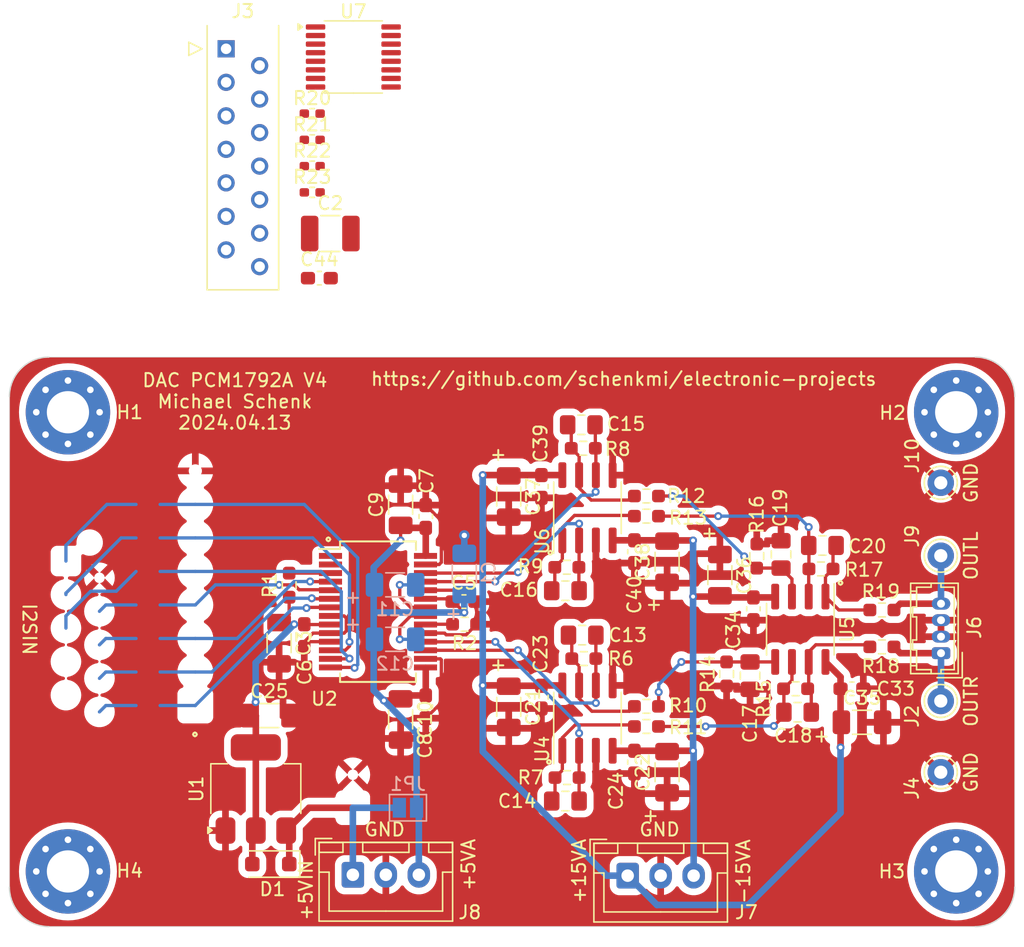
<source format=kicad_pcb>
(kicad_pcb (version 20241229) (generator "pcbnew") (generator_version "9.0")
  (layers (0 "F.Cu" mixed) (2 "B.Cu" mixed) (13 "F.Paste" user) (15 "B.Paste" user) (5 "F.SilkS" user "F.Silkscreen") (7 "B.SilkS" user "B.Silkscreen") (1 "F.Mask" user) (3 "B.Mask" user) (25 "Edge.Cuts" user))
  (net 0 "")
  (net 1 "GND")
  (net 2 "+3V3")
  (net 3 "MCLK")
  (net 4 "BCK")
  (net 5 "LRCK")
  (net 6 "DATAIN")
  (net 7 "+5VA")
  (net 8 "-15V")
  (net 9 "+15V")
  (net 10 "/+5VIN")
  (net 11 "Net-(U2-VCOML)")
  (net 12 "Net-(U2-VCOMR)")
  (net 13 "Net-(U2-IOUTR+)")
  (net 14 "Net-(C13-Pad1)")
  (net 15 "Net-(U2-IOUTR-)")
  (net 16 "Net-(C14-Pad1)")
  (net 17 "Net-(U2-IOUTL+)")
  (net 18 "Net-(C15-Pad1)")
  (net 19 "Net-(U2-IOUTL-)")
  (net 20 "Net-(C16-Pad1)")
  (net 21 "Net-(U5B-+)")
  (net 22 "Net-(U5B--)")
  (net 23 "Net-(U5A-+)")
  (net 24 "Net-(U5A--)")
  (net 25 "RESET")
  (net 26 "SCL")
  (net 27 "SDA")
  (net 28 "Net-(C18-Pad2)")
  (net 29 "Net-(C20-Pad2)")
  (net 30 "Net-(J2-Pin_1)")
  (net 31 "Net-(J6-Pin_4)")
  (net 32 "/BCLK-")
  (net 33 "/MCLK-")
  (net 34 "Net-(U2-MSEL)")
  (net 35 "Net-(U2-IREF)")
  (net 38 "/DATAIN-")
  (net 39 "/DATAIN+")
  (net 40 "/LRCLK-")
  (net 41 "/MCLK+")
  (net 42 "/BCLK+")
  (net 43 "/LRCLK+")
  (footprint "MountingHole:MountingHole_3.2mm_M3_Pad_Via" (layer "F.Cu") (at 113.03 71.882)
    (property "Reference" "H1")
    (property "Value" "MountingHole")
  )
  (footprint "MountingHole:MountingHole_3.2mm_M3_Pad_Via" (layer "F.Cu") (at 113.03 106.68)
    (property "Reference" "H4")
    (property "Value" "MountingHole")
  )
  (footprint "MountingHole:MountingHole_3.2mm_M3_Pad_Via" (layer "F.Cu") (at 180.34 106.68)
    (property "Reference" "H3")
    (property "Value" "MountingHole")
  )
  (footprint "MountingHole:MountingHole_3.2mm_M3_Pad_Via" (layer "F.Cu") (at 180.34 71.882)
    (property "Reference" "H2")
    (property "Value" "MountingHole")
  )
  (footprint "Connector_Pin:Pin_D1.0mm_L10.0mm" (layer "F.Cu") (at 179.1716 77.2287)
    (property "Reference" "J10")
    (property "Value" "GNDL")
  )
  (footprint "Capacitor_SMD:C_1206_3216Metric_Pad1.33x1.80mm_HandSolder" (layer "F.Cu") (at 173.202 95.377)
    (property "Reference" "C35")
    (property "Value" "10uF/25V")
  )
  (footprint "Capacitor_SMD:C_1206_3216Metric_Pad1.33x1.80mm_HandSolder" (layer "F.Cu") (at 162.433 84.227 -90)
    (property "Reference" "C36")
    (property "Value" "10uF/25V")
  )
  (footprint "Capacitor_SMD:C_0603_1608Metric_Pad1.08x0.95mm_HandSolder" (layer "F.Cu") (at 172.4395 92.837)
    (property "Reference" "C33")
    (property "Value" "1uF")
  )
  (footprint "Capacitor_SMD:C_0603_1608Metric_Pad1.08x0.95mm_HandSolder" (layer "F.Cu") (at 164.973 86.778 90)
    (property "Reference" "C34")
    (property "Value" "1uF")
  )
  (footprint "Capacitor_SMD:C_1206_3216Metric_Pad1.33x1.80mm_HandSolder" (layer "F.Cu") (at 146.431 78.2695 -90)
    (property "Reference" "C37")
    (property "Value" "10uF/25V")
  )
  (footprint "Package_SO:SOIC-8_3.9x4.9mm_P1.27mm" (layer "F.Cu") (at 152.4 79.1225 90)
    (property "Reference" "U6")
    (property "Value" "OPA1612")
  )
  (footprint "Capacitor_SMD:C_0603_1608Metric_Pad1.08x0.95mm_HandSolder" (layer "F.Cu") (at 155.956 82.4495 90)
    (property "Reference" "C40")
    (property "Value" "1uF")
  )
  (footprint "Capacitor_SMD:C_0603_1608Metric_Pad1.08x0.95mm_HandSolder" (layer "F.Cu") (at 148.9075 77.507 -90)
    (property "Reference" "C39")
    (property "Value" "1uF")
  )
  (footprint "Capacitor_SMD:C_1206_3216Metric_Pad1.33x1.80mm_HandSolder" (layer "F.Cu") (at 158.4325 83.211 90)
    (property "Reference" "C38")
    (property "Value" "10uF/25V")
  )
  (footprint "Connector_Pin:Pin_D1.0mm_L10.0mm" (layer "F.Cu") (at 179.1716 82.7532)
    (property "Reference" "J9")
    (property "Value" "OUTL")
  )
  (footprint "Capacitor_SMD:C_0805_2012Metric_Pad1.18x1.45mm_HandSolder" (layer "F.Cu") (at 151.9975 88.773)
    (property "Reference" "C13")
    (property "Value" "2200pF/2%")
  )
  (footprint "Capacitor_SMD:C_0805_2012Metric_Pad1.18x1.45mm_HandSolder" (layer "F.Cu") (at 150.7275 101.346)
    (property "Reference" "C14")
    (property "Value" "2200pF/2%")
  )
  (footprint "Capacitor_SMD:C_0805_2012Metric_Pad1.18x1.45mm_HandSolder" (layer "F.Cu") (at 151.934 72.8345)
    (property "Reference" "C15")
    (property "Value" "2200pF/2%")
  )
  (footprint "Capacitor_SMD:C_0805_2012Metric_Pad1.18x1.45mm_HandSolder" (layer "F.Cu") (at 150.7275 85.4075)
    (property "Reference" "C16")
    (property "Value" "2200pF/2%")
  )
  (footprint "Capacitor_SMD:C_1206_3216Metric_Pad1.33x1.80mm_HandSolder" (layer "F.Cu") (at 146.431 94.208 -90)
    (property "Reference" "C21")
    (property "Value" "10uF/25V")
  )
  (footprint "Capacitor_SMD:C_1206_3216Metric_Pad1.33x1.80mm_HandSolder" (layer "F.Cu") (at 158.4325 99.161 90)
    (property "Reference" "C22")
    (property "Value" "10uF/25V")
  )
  (footprint "Capacitor_SMD:C_0603_1608Metric_Pad1.08x0.95mm_HandSolder" (layer "F.Cu") (at 148.9075 93.472 -90)
    (property "Reference" "C23")
    (property "Value" "1uF")
  )
  (footprint "Capacitor_SMD:C_0603_1608Metric_Pad1.08x0.95mm_HandSolder" (layer "F.Cu") (at 155.956 98.3985 90)
    (property "Reference" "C24")
    (property "Value" "1uF")
  )
  (footprint "Connector_Pin:Pin_D1.0mm_L10.0mm" (layer "F.Cu") (at 179.1716 99.1616)
    (property "Reference" "J4")
    (property "Value" "GNDR")
  )
  (footprint "Resistor_SMD:R_0603_1608Metric_Pad0.98x0.95mm_HandSolder" (layer "F.Cu") (at 129.794 84.9865 90)
    (property "Reference" "R1")
    (property "Value" "4k7")
  )
  (footprint "Resistor_SMD:R_0603_1608Metric_Pad0.98x0.95mm_HandSolder" (layer "F.Cu") (at 143.089 87.9475 180)
    (property "Reference" "R2")
    (property "Value" "10k/0.1%")
  )
  (footprint "Resistor_SMD:R_0603_1608Metric_Pad0.98x0.95mm_HandSolder" (layer "F.Cu") (at 152.1225 90.551)
    (property "Reference" "R6")
    (property "Value" "750R/0.1%")
  )
  (footprint "Resistor_SMD:R_0603_1608Metric_Pad0.98x0.95mm_HandSolder" (layer "F.Cu") (at 150.8525 99.568)
    (property "Reference" "R7")
    (property "Value" "750R/0.1%")
  )
  (footprint "Resistor_SMD:R_0603_1608Metric_Pad0.98x0.95mm_HandSolder" (layer "F.Cu") (at 152.0825 74.6125)
    (property "Reference" "R8")
    (property "Value" "750R/0.1%")
  )
  (footprint "Resistor_SMD:R_0603_1608Metric_Pad0.98x0.95mm_HandSolder" (layer "F.Cu") (at 150.836 83.6295)
    (property "Reference" "R9")
    (property "Value" "750R/0.1%")
  )
  (footprint "Resistor_SMD:R_0603_1608Metric_Pad0.98x0.95mm_HandSolder" (layer "F.Cu") (at 156.8685 94.1705 180)
    (property "Reference" "R10")
    (property "Value" "560R/0.1%")
  )
  (footprint "Resistor_SMD:R_0603_1608Metric_Pad0.98x0.95mm_HandSolder" (layer "F.Cu") (at 156.8685 95.6945 180)
    (property "Reference" "R11")
    (property "Value" "560R/0.1%")
  )
  (footprint "Resistor_SMD:R_0603_1608Metric_Pad0.98x0.95mm_HandSolder" (layer "F.Cu") (at 156.8685 78.232 180)
    (property "Reference" "R12")
    (property "Value" "560R/0.1%")
  )
  (footprint "Resistor_SMD:R_0603_1608Metric_Pad0.98x0.95mm_HandSolder" (layer "F.Cu") (at 156.8685 79.756 180)
    (property "Reference" "R13")
    (property "Value" "560R/0.1%")
  )
  (footprint "Resistor_SMD:R_0603_1608Metric_Pad0.98x0.95mm_HandSolder" (layer "F.Cu") (at 174.712 89.662 180)
    (property "Reference" "R18")
    (property "Value" "100R/0.1%")
  )
  (footprint "Resistor_SMD:R_0603_1608Metric_Pad0.98x0.95mm_HandSolder" (layer "F.Cu") (at 174.712 86.868 180)
    (property "Reference" "R19")
    (property "Value" "100R/0.1%")
  )
  (footprint "Package_SO:SOIC-8_3.9x4.9mm_P1.27mm" (layer "F.Cu") (at 168.529 88.3285 -90)
    (property "Reference" "U5")
    (property "Value" "OPA1612")
  )
  (footprint "Package_SO:SOIC-8_3.9x4.9mm_P1.27mm" (layer "F.Cu") (at 152.4 95.0595 90)
    (property "Reference" "U4")
    (property "Value" "OPA1612")
  )
  (footprint "Capacitor_SMD:C_0805_2012Metric_Pad1.18x1.45mm_HandSolder" (layer "F.Cu") (at 164.719 91.8425 90)
    (property "Reference" "C17")
    (property "Value" "2700pF/2%")
  )
  (footprint "Capacitor_SMD:C_0805_2012Metric_Pad1.18x1.45mm_HandSolder" (layer "F.Cu") (at 168.32 94.615)
    (property "Reference" "C18")
    (property "Value" "2700pF/2%")
  )
  (footprint "Capacitor_SMD:C_0805_2012Metric_Pad1.18x1.45mm_HandSolder" (layer "F.Cu") (at 167.0685 82.6555 -90)
    (property "Reference" "C19")
    (property "Value" "2700pF/2%")
  )
  (footprint "Capacitor_SMD:C_0805_2012Metric_Pad1.18x1.45mm_HandSolder" (layer "F.Cu") (at 170.2015 81.9785)
    (property "Reference" "C20")
    (property "Value" "2700pF/2%")
  )
  (footprint "Resistor_SMD:R_0603_1608Metric_Pad0.98x0.95mm_HandSolder" (layer "F.Cu") (at 162.941 91.7175 90)
    (property "Reference" "R14")
    (property "Value" "270R/0.1%")
  )
  (footprint "Resistor_SMD:R_0603_1608Metric_Pad0.98x0.95mm_HandSolder" (layer "F.Cu") (at 168.1715 92.837)
    (property "Reference" "R15")
    (property "Value" "270R/0.1%")
  )
  (footprint "Resistor_SMD:R_0603_1608Metric_Pad0.98x0.95mm_HandSolder" (layer "F.Cu") (at 165.227 82.7805 -90)
    (property "Reference" "R16")
    (property "Value" "270R/0.1%")
  )
  (footprint "Resistor_SMD:R_0603_1608Metric_Pad0.98x0.95mm_HandSolder" (layer "F.Cu") (at 170.093 83.7565)
    (property "Reference" "R17")
    (property "Value" "270R/0.1%")
  )
  (footprint "Capacitor_SMD:C_0603_1608Metric_Pad1.08x0.95mm_HandSolder" (layer "F.Cu") (at 140.1445 79.7825 90)
    (property "Reference" "C7")
    (property "Value" "1uF")
  )
  (footprint "Capacitor_SMD:C_0603_1608Metric_Pad1.08x0.95mm_HandSolder" (layer "F.Cu") (at 140.1445 94.2075 -90)
    (property "Reference" "C8")
    (property "Value" "1uF")
  )
  (footprint "Capacitor_SMD:C_1206_3216Metric_Pad1.33x1.80mm_HandSolder" (layer "F.Cu") (at 138.2395 78.89 90)
    (property "Reference" "C9")
    (property "Value" "10uF/10V")
  )
  (footprint "Capacitor_SMD:C_1206_3216Metric_Pad1.33x1.80mm_HandSolder" (layer "F.Cu") (at 138.2395 95.1635 -90)
    (property "Reference" "C10")
    (property "Value" "10uF/10V")
  )
  (footprint "Package_SO:SSOP-28_5.3x10.2mm_P0.65mm" (layer "F.Cu") (at 136.525 86.995)
    (property "Reference" "U2")
    (property "Value" "PCM1792A")
  )
  (footprint "Capacitor_SMD:C_1206_3216Metric_Pad1.33x1.80mm_HandSolder" (layer "F.Cu") (at 129.032 89.385 -90)
    (property "Reference" "C3")
    (property "Value" "10uF/10V")
  )
  (footprint "Capacitor_SMD:C_0603_1608Metric_Pad1.08x0.95mm_HandSolder" (layer "F.Cu") (at 143.039 86.233)
    (property "Reference" "C5")
    (property "Value" "1uF")
  )
  (footprint "Capacitor_SMD:C_0603_1608Metric_Pad1.08x0.95mm_HandSolder" (layer "F.Cu") (at 130.937 88.81 -90)
    (property "Reference" "C6")
    (property "Value" "1uF")
  )
  (footprint "Connector_Pin:Pin_D1.0mm_L10.0mm" (layer "F.Cu") (at 179.1716 93.7641)
    (property "Reference" "J2")
    (property "Value" "OUTR")
  )
  (footprint "Capacitor_SMD:C_1210_3225Metric_Pad1.33x2.70mm_HandSolder" (layer "F.Cu") (at 132.9111 58.342)
    (property "Reference" "C2")
    (property "Value" "22uF/25V")
  )
  (footprint "Resistor_SMD:R_0402_1005Metric_Pad0.72x0.64mm_HandSolder" (layer "F.Cu") (at 131.5411 55.222)
    (property "Reference" "R23")
    (property "Value" "100R")
  )
  (footprint "Connector_JST:JST_XH_B3B-XH-A_1x03_P2.50mm_Vertical" (layer "F.Cu") (at 155.445 107)
    (property "Reference" "J7")
    (property "Value" "+15/-15VAIN")
  )
  (footprint "Diode_SMD:D_SOD-123F" (layer "F.Cu") (at 128.4 106.122 180)
    (property "Reference" "D1")
    (property "Value" "SM4002PL-TP")
  )
  (footprint "Connector_JST:JST_XH_B3B-XH-A_1x03_P2.50mm_Vertical" (layer "F.Cu") (at 134.62 106.934)
    (property "Reference" "J8")
    (property "Value" "+5VIN/+5VAIN")
  )
  (footprint "Resistor_SMD:R_0402_1005Metric_Pad0.72x0.64mm_HandSolder" (layer "F.Cu") (at 131.5411 53.232)
    (property "Reference" "R22")
    (property "Value" "100R")
  )
  (footprint "Resistor_SMD:R_0402_1005Metric_Pad0.72x0.64mm_HandSolder" (layer "F.Cu") (at 131.5411 49.252)
    (property "Reference" "R20")
    (property "Value" "100R")
  )
  (footprint "Package_SO:TSSOP-16_4.4x5mm_P0.65mm" (layer "F.Cu") (at 134.6561 44.962)
    (property "Reference" "U7")
    (property "Value" "FIN1048MTCX")
  )
  (footprint "Capacitor_SMD:C_0603_1608Metric_Pad1.08x0.95mm_HandSolder" (layer "F.Cu") (at 132.0811 61.722)
    (property "Reference" "C44")
    (property "Value" "1uF")
  )
  (footprint "Connector_Hirose:Hirose_DF13-04P-1.25DSA_1x04_P1.25mm_Vertical" (layer "F.Cu") (at 179.189 90.14 90)
    (property "Reference" "J6")
    (property "Value" "Conn_01x04")
  )
  (footprint "Package_TO_SOT_SMD:SOT-223-3_TabPin2" (layer "F.Cu") (at 127.268 100.432 90)
    (property "Reference" "U1")
    (property "Value" "TLV1117-33")
  )
  (footprint "Resistor_SMD:R_0402_1005Metric_Pad0.72x0.64mm_HandSolder" (layer "F.Cu") (at 131.5411 51.242)
    (property "Reference" "R21")
    (property "Value" "100R")
  )
  (footprint "Connector_TE-Connectivity:TE_Micro-MaTch_1-215079-4_2x07_P1.27mm_Vertical" (layer "F.Cu") (at 125.0161 44.342)
    (property "Reference" "J3")
    (property "Value" "Conn_01x15")
  )
  (footprint "Capacitor_SMD:C_1206_3216Metric_Pad1.33x1.80mm_HandSolder" (layer "F.Cu") (at 128.2915 94.869)
    (property "Reference" "C25")
    (property "Value" "10uF/50V")
  )
  (footprint "Capacitor_SMD:C_1206_3216Metric_Pad1.33x1.80mm_HandSolder" (layer "B.Cu") (at 137.821 84.963)
    (property "Reference" "C11")
    (property "Value" "47uF/10V")
  )
  (footprint "Capacitor_SMD:C_1206_3216Metric_Pad1.33x1.80mm_HandSolder" (layer "B.Cu") (at 137.821 89.0905)
    (property "Reference" "C12")
    (property "Value" "47uF/10V")
  )
  (footprint "Capacitor_SMD:C_1206_3216Metric_Pad1.33x1.80mm_HandSolder" (layer "B.Cu") (at 143.0655 84.1375 90)
    (property "Reference" "C1")
    (property "Value" "10uF/10V")
  )
  (footprint "Jumper:SolderJumper-2_P1.3mm_Open_Pad1.0x1.5mm" (layer "B.Cu") (at 138.796 101.854 180)
    (property "Reference" "JP1")
    (property "Value" "SolderJumper_2_Open")
  )
  (gr_line (start 108.59533 107.86067) (end 108.595316 70.701316) (stroke (width 0.05)) (layer "Edge.Cuts"))
  (gr_arc (start 108.595316 70.701316) (mid 109.474 68.58) (end 111.595316 67.701316) (stroke (width 0.1)) (layer "Edge.Cuts"))
  (gr_line (start 111.595316 67.701316) (end 181.77468 67.70132) (stroke (width 0.05)) (layer "Edge.Cuts"))
  (gr_line (start 184.77468 70.70132) (end 184.77467 107.86067) (stroke (width 0.05)) (layer "Edge.Cuts"))
  (gr_arc (start 181.77468 67.70132) (mid 183.896 68.58) (end 184.77468 70.70132) (stroke (width 0.1)) (layer "Edge.Cuts"))
  (gr_arc (start 111.59533 110.86067) (mid 109.474 109.982) (end 108.59533 107.86067) (stroke (width 0.1)) (layer "Edge.Cuts"))
  (gr_arc (start 184.77467 107.86067) (mid 183.896 109.982) (end 181.77467 110.86067) (stroke (width 0.1)) (layer "Edge.Cuts"))
  (gr_line (start 181.77467 110.86067) (end 111.59533 110.86067) (stroke (width 0.05)) (layer "Edge.Cuts"))
  (gr_text "I2SIN" (at 110.109 88.3285 270) (layer "F.SilkS") (effects (font (size 1 1))))
  (gr_text "+5VA" (at 143.383 106.172 90) (layer "F.SilkS") (effects (font (size 1 1))))
  (gr_text "GND" (at 157.861 103.505 0) (layer "F.SilkS") (effects (font (size 1 1))))
  (gr_text "-15VA" (at 164.211 106.68 90) (layer "F.SilkS") (effects (font (size 1 1))))
  (gr_text "+15VA" (at 151.765 106.650162 90) (layer "F.SilkS") (effects (font (size 1 1))))
  (gr_text "DAC PCM1792A V4\nMichael Schenk\n2024.04.13" (at 125.6792 71.0692 0) (layer "F.SilkS") (effects (font (size 1 1))))
  (gr_text "GND" (at 181.4576 77.2287 90) (layer "F.SilkS") (effects (font (size 1 1))))
  (gr_text "OUTR" (at 181.4576 93.7768 90) (layer "F.SilkS") (effects (font (size 1 1))))
  (gr_text "GND" (at 181.4576 99.1616 90) (layer "F.SilkS") (effects (font (size 1 1))))
  (gr_text "OUTL" (at 181.4576 82.7532 90) (layer "F.SilkS") (effects (font (size 1 1))))
  (gr_text "+" (at 160.923 81.592 0) (layer "F.SilkS") (effects (font (size 1 1)) (justify left bottom)))
  (gr_text "GND" (at 137.033 103.505 0) (layer "F.SilkS") (effects (font (size 1 1))))
  (gr_text "°" (at 132.2832 82.4992 0) (layer "F.SilkS") (effects (font (size 1 1)) (justify left bottom)))
  (gr_text "°" (at 171.0944 85.8012 0) (layer "F.SilkS") (effects (font (size 1 1)) (justify left bottom)))
  (gr_text "°" (at 148.9964 99.3648 0) (layer "F.SilkS") (effects (font (size 1 1)) (justify left bottom)))
  (gr_text "+" (at 144.921 91.573 0) (layer "F.SilkS") (effects (font (size 1 1)) (justify left bottom)))
  (gr_text "+" (at 144.921 75.6345 0) (layer "F.SilkS") (effects (font (size 1 1)) (justify left bottom)))
  (gr_text "+" (at 156.718 86.995 0) (layer "F.SilkS") (effects (font (size 1 1)) (justify left bottom)))
  (gr_text "https://github.com/schenkmi/electronic-projects" (at 155.141773 69.363204 0) (layer "F.SilkS") (effects (font (size 1 1))))
  (gr_text "+5VIN" (at 131.064 108.1024 90) (layer "F.SilkS") (effects (font (size 1 1))))
  (gr_text "°" (at 122.174 97.282 0) (layer "F.SilkS") (effects (font (size 1 1)) (justify left bottom)))
  (gr_text "+" (at 156.464 102.997 0) (layer "F.SilkS") (effects (font (size 1 1)) (justify left bottom)))
  (gr_text "°" (at 149.098 83.5152 0) (layer "F.SilkS") (effects (font (size 1 1)) (justify left bottom)))
  (gr_text "+" (at 169.418 96.9772 0) (layer "F.SilkS") (effects (font (size 1 1)) (justify left bottom)))
  (gr_text "+" (at 133.9088 86.4616 0) (layer "B.SilkS") (effects (font (size 1 1)) (justify left bottom)))
  (gr_text "+" (at 133.9088 88.4936 0) (layer "B.SilkS") (effects (font (size 1 1)) (justify left bottom)))
  (gr_text "+" (at 141.5288 87.6808 0) (layer "B.SilkS") (effects (font (size 1 1)) (justify left bottom)))
  (segment (start 112.8776 81.96861) (end 112.8776 83.1596) (width 0.25) (layer "B.Cu") (net 0))
  (segment (start 115.9002 91.567) (end 115.4176 92.0496) (width 0.25) (layer "B.Cu") (net 0))
  (segment (start 112.8776 88.2396) (end 112.8776 87.320362) (width 0.25) (layer "B.Cu") (net 0))
  (segment (start 114.752362 85.4456) (end 116.6914 85.4456) (width 0.25) (layer "B.Cu") (net 0))
  (segment (start 118.19 89.027) (end 115.9002 89.027) (width 0.25) (layer "B.Cu") (net 0))
  (segment (start 118.19 86.487) (end 115.9002 86.487) (width 0.25) (layer "B.Cu") (net 0))
  (segment (start 118.19 78.867) (end 115.97921 78.867) (width 0.25) (layer "B.Cu") (net 0))
  (segment (start 116.6914 85.4456) (end 118.19 83.947) (width 0.25) (layer "B.Cu") (net 0))
  (segment (start 117.061341 81.407) (end 118.19 81.407) (width 0.25) (layer "B.Cu") (net 0))
  (segment (start 115.9002 86.487) (end 115.4176 86.9696) (width 0.25) (layer "B.Cu") (net 0))
  (segment (start 118.19 94.107) (end 115.9002 94.107) (width 0.25) (layer "B.Cu") (net 0))
  (segment (start 112.8776 85.590741) (end 117.061341 81.407) (width 0.25) (layer "B.Cu") (net 0))
  (segment (start 112.8776 85.6996) (end 112.8776 85.590741) (width 0.25) (layer "B.Cu") (net 0))
  (segment (start 118.19 91.567) (end 115.9002 91.567) (width 0.25) (layer "B.Cu") (net 0))
  (segment (start 112.8776 87.320362) (end 114.752362 85.4456) (width 0.25) (layer "B.Cu") (net 0))
  (segment (start 115.97921 78.867) (end 112.8776 81.96861) (width 0.25) (layer "B.Cu") (net 0))
  (segment (start 115.9002 89.027) (end 115.4176 89.5096) (width 0.25) (layer "B.Cu") (net 0))
  (segment (start 115.9002 94.107) (end 115.4176 94.5896) (width 0.25) (layer "B.Cu") (net 0))
  (segment (start 141.325001 80.100501) (end 140.1445 78.92) (width 0.25) (layer "F.Cu") (net 1))
  (segment (start 153.035 99.2886) (end 154.432 100.6856) (width 0.5) (layer "F.Cu") (net 1))
  (segment (start 140.125 85.37) (end 143.0385 85.37) (width 0.25) (layer "F.Cu") (net 1))
  (segment (start 132.925 88.62) (end 133.960002 88.62) (width 0.25) (layer "F.Cu") (net 1))
  (segment (start 134.125001 87.484999) (end 133.960002 87.32) (width 0.25) (layer "F.Cu") (net 1))
  (segment (start 132.925 89.27) (end 131.3395 89.27) (width 0.25) (layer "F.Cu") (net 1))
  (segment (start 141.160002 83.42) (end 141.325001 83.255001) (width 0.25) (layer "F.Cu") (net 1))
  (segment (start 140.125 90.57) (end 141.25 90.57) (width 0.25) (layer "F.Cu") (net 1))
  (segment (start 153.035 81.5975) (end 153.035 82.9818) (width 0.5) (layer "F.Cu") (net 1))
  (segment (start 153.035 82.9818) (end 154.5336 84.4804) (width 0.5) (layer "F.Cu") (net 1))
  (segment (start 130.937 89.28051) (end 130.937 89.6725) (width 0.25) (layer "F.Cu") (net 1))
  (segment (start 143.20149 88.74751) (end 144.0015 87.9475) (width 0.25) (layer "F.Cu") (net 1))
  (segment (start 143.0385 85.37) (end 143.9015 86.233) (width 0.25) (layer "F.Cu") (net 1))
  (segment (start 133.960002 87.32) (end 132.925 87.32) (width 0.25) (layer "F.Cu") (net 1))
  (segment (start 141.325001 90.645001) (end 141.325001 93.889499) (width 0.25) (layer "F.Cu") (net 1))
  (segment (start 141.325001 93.889499) (end 140.1445 95.07) (width 0.25) (layer "F.Cu") (net 1))
  (segment (start 133.960002 88.62) (end 134.125001 88.455001) (width 0.25) (layer "F.Cu") (net 1))
  (segment (start 141.6935 88.74751) (end 143.20149 88.74751) (width 0.25) (layer "F.Cu") (net 1))
  (segment (start 132.925 88.62) (end 131.59751 88.62) (width 0.25) (layer "F.Cu") (net 1))
  (segment (start 140.125 88.62) (end 141.56599 88.62) (width 0.25) (layer "F.Cu") (net 1))
  (segment (start 131.3395 89.27) (end 130.937 89.6725) (width 0.25) (layer "F.Cu") (net 1))
  (segment (start 141.325001 83.255001) (end 141.325001 80.100501) (width 0.25) (layer "F.Cu") (net 1))
  (segment (start 140.125 83.42) (end 141.160002 83.42) (width 0.25) (layer "F.Cu") (net 1))
  (segment (start 134.125001 88.455001) (end 134.125001 87.484999) (width 0.25) (layer "F.Cu") (net 1))
  (segment (start 131.59751 88.62) (end 130.937 89.28051) (width 0.25) (layer "F.Cu") (net 1))
  (segment (start 153.035 97.5345) (end 153.035 99.2886) (width 0.5) (layer "F.Cu") (net 1))
  (segment (start 141.25 90.57) (end 141.325001 90.645001) (width 0.25) (layer "F.Cu") (net 1))
  (segment (start 141.56599 88.62) (end 141.6935 88.74751) (width 0.25) (layer "F.Cu") (net 1))
  (via (at 143.0655 81.2165) (size 0.8) (drill 0.4) (layers "F.Cu" "B.Cu") (net 1))
  (segment (start 143.0655 82.7) (end 143.0655 81.2165) (width 0.5) (layer "B.Cu") (net 1))
  (segment (start 129.794 85.899) (end 129.794 87.1855) (width 0.25) (layer "F.Cu") (net 2))
  (segment (start 129.794 87.1855) (end 129.032 87.9475) (width 0.25) (layer "F.Cu") (net 2))
  (segment (start 130.175 87.9475) (end 129.032 87.9475) (width 0.25) (layer "F.Cu") (net 2))
  (segment (start 130.937 87.9475) (end 130.175 87.9475) (width 0.25) (layer "F.Cu") (net 2))
  (segment (start 132.925 87.97) (end 130.9595 87.97) (width 0.25) (layer "F.Cu") (net 2))
  (segment (start 127.268 103.582) (end 127.268 97.282) (width 0.5) (layer "F.Cu") (net 2))
  (segment (start 127.268 94.883) (end 127.254 94.869) (width 0.5) (layer "F.Cu") (net 2))
  (segment (start 127.268 97.282) (end 127.268 94.883) (width 0.5) (layer "F.Cu") (net 2))
  (segment (start 127 106.122) (end 127 103.85) (width 0.5) (layer "F.Cu") (net 2))
  (segment (start 127.254 94.869) (end 127.254 93.853) (width 0.5) (layer "F.Cu") (net 2))
  (segment (start 130.9595 87.97) (end 130.937 87.9475) (width 0.25) (layer "F.Cu") (net 2))
  (segment (start 127 103.85) (end 127.268 103.582) (width 0.5) (layer "F.Cu") (net 2))
  (via (at 130.175 87.9475) (size 0.6) (drill 0.3) (layers "F.Cu" "B.Cu") (net 2))
  (via (at 127.254 93.853) (size 0.6) (drill 0.3) (layers "F.Cu" "B.Cu") (net 2))
  (segment (start 127.254 90.8685) (end 130.175 87.9475) (width 0.5) (layer "B.Cu") (net 2))
  (segment (start 127.254 93.853) (end 127.254 90.8685) (width 0.5) (layer "B.Cu") (net 2))
  (segment (start 131.157919 86.67) (end 131.107564 86.720355) (width 0.25) (layer "F.Cu") (net 3))
  (segment (start 132.925 86.67) (end 131.157919 86.67) (width 0.25) (layer "F.Cu") (net 3))
  (via (at 131.107564 86.720355) (size 0.6) (drill 0.3) (layers "F.Cu" "B.Cu") (net 3))
  (segment (start 122.683396 94.107) (end 122.682 94.107) (width 0.25) (layer "B.Cu") (net 3))
  (segment (start 122.682 94.107) (end 120.015 94.107) (width 0.25) (layer "B.Cu") (net 3))
  (segment (start 131.107564 86.720355) (end 130.070041 86.720355) (width 0.25) (layer "B.Cu") (net 3))
  (segment (start 130.070041 86.720355) (end 122.683396 94.107) (width 0.25) (layer "B.Cu") (net 3))
  (segment (start 132.925 86.02) (end 131.5495 86.02) (width 0.25) (layer "F.Cu") (net 4))
  (segment (start 131.5495 86.02) (end 131.5085 85.979) (width 0.25) (layer "F.Cu") (net 4))
  (via (at 131.5085 85.979) (size 0.6) (drill 0.3) (layers "F.Cu" "B.Cu") (net 4))
  (segment (start 122.682 91.567) (end 120.015 91.567) (width 0.25) (layer "B.Cu") (net 4))
  (segment (start 129.53628 85.979) (end 123.94828 91.567) (width 0.25) (layer "B.Cu") (net 4))
  (segment (start 123.94828 91.567) (end 122.682 91.567) (width 0.25) (layer "B.Cu") (net 4))
  (segment (start 131.5085 85.979) (end 129.53628 85.979) (width 0.25) (layer "B.Cu") (net 4))
  (segment (start 132.925 84.72) (end 131.3925 84.72) (width 0.25) (layer "F.Cu") (net 5))
  (segment (start 131.3925 84.72) (end 131.3815 84.709) (width 0.25) (layer "F.Cu") (net 5))
  (via (at 131.3815 84.709) (size 0.6) (drill 0.3) (layers "F.Cu" "B.Cu") (net 5))
  (segment (start 122.682 89.027) (end 120.015 89.027) (width 0.25) (layer "B.Cu") (net 5))
  (segment (start 122.682 89.027) (end 125.851884 89.027) (width 0.25) (layer "B.Cu") (net 5))
  (segment (start 130.169884 84.709) (end 131.3815 84.709) (width 0.25) (layer "B.Cu") (net 5))
  (segment (start 125.851884 89.027) (end 130.169884 84.709) (width 0.25) (layer "B.Cu") (net 5))
  (segment (start 130.546 85.334) (end 130.175 84.963) (width 0.25) (layer "F.Cu") (net 6))
  (segment (start 132.925 85.37) (end 132.889 85.334) (width 0.25) (layer "F.Cu") (net 6))
  (segment (start 130.175 84.963) (end 129.032 84.963) (width 0.25) (layer "F.Cu") (net 6))
  (segment (start 132.889 85.334) (end 130.546 85.334) (width 0.25) (layer "F.Cu") (net 6))
  (via (at 129.032 84.963) (size 0.6) (drill 0.3) (layers "F.Cu" "B.Cu") (net 6))
  (segment (start 122.682 86.487) (end 120.015 86.487) (width 0.25) (layer "B.Cu") (net 6))
  (segment (start 124.206 84.963) (end 122.682 86.487) (width 0.25) (layer "B.Cu") (net 6))
  (segment (start 129.032 84.963) (end 124.206 84.963) (width 0.25) (layer "B.Cu") (net 6))
  (segment (start 140.125 86.02) (end 141.9635 86.02) (width 0.25) (layer "F.Cu") (net 7))
  (segment (start 136.9695 93.726) (end 138.2395 93.726) (width 0.5) (layer "F.Cu") (net 7))
  (segment (start 141.9635 86.02) (end 142.1765 86.233) (width 0.25) (layer "F.Cu") (net 7))
  (segment (start 140.1445 93.345) (end 138.6205 93.345) (width 0.5) (layer "F.Cu") (net 7))
  (segment (start 140.1445 80.645) (end 138.557 80.645) (width 0.5) (layer "F.Cu") (net 7))
  (segment (start 140.1445 91.2395) (end 140.125 91.22) (width 0.25) (layer "F.Cu") (net 7))
  (segment (start 138.2395 81.5975) (end 138.2395 80.3275) (width 0.25) (layer "F.Cu") (net 7))
  (segment (start 140.1445 82.7255) (end 140.125 82.745) (width 0.5) (layer "F.Cu") (net 7))
  (segment (start 138.557 80.645) (end 138.2395 80.3275) (width 0.5) (layer "F.Cu") (net 7))
  (segment (start 140.1445 93.345) (end 140.1445 91.245) (width 0.5) (layer "F.Cu") (net 7))
  (segment (start 140.1445 91.245) (end 140.125 91.245) (width 0.5) (layer "F.Cu") (net 7))
  (segment (start 140.1445 80.645) (end 140.1445 82.7255) (width 0.5) (layer "F.Cu") (net 7))
  (segment (start 138.6205 93.345) (end 138.2395 93.726) (width 0.5) (layer "F.Cu") (net 7))
  (segment (start 142.1765 86.233) (end 142.24 86.233) (width 0.25) (layer "F.Cu") (net 7))
  (segment (start 142.24 86.233) (end 143.0655 87.0585) (width 0.25) (layer "F.Cu") (net 7))
  (via (at 143.0655 87.0585) (size 0.6) (drill 0.3) (layers "F.Cu" "B.Cu") (net 7))
  (via (at 136.9695 93.726) (size 0.6) (drill 0.3) (layers "F.Cu" "B.Cu") (net 7))
  (via (at 138.2395 81.5975) (size 0.6) (drill 0.3) (layers "F.Cu" "B.Cu") (net 7))
  (segment (start 139.62 106.934) (end 139.62 102.028) (width 0.5) (layer "B.Cu") (net 7))
  (segment (start 136.196 89.0905) (end 136.196 92.9525) (width 0.5) (layer "B.Cu") (net 7))
  (segment (start 136.196 83.641) (end 138.2395 81.5975) (width 0.5) (layer "B.Cu") (net 7))
  (segment (start 136.2075 87.0585) (end 136.196 87.07) (width 0.25) (layer "B.Cu") (net 7))
  (segment (start 139.446 101.854) (end 139.446 96.2025) (width 0.5) (layer "B.Cu") (net 7))
  (segment (start 136.196 84.963) (end 136.196 83.641) (width 0.5) (layer "B.Cu") (net 7))
  (segment (start 136.196 89.0905) (end 136.196 84.963) (width 0.5) (layer "B.Cu") (net 7))
  (segment (start 139.446 96.2025) (end 136.9695 93.726) (width 0.5) (layer "B.Cu") (net 7))
  (segment (start 136.196 92.9525) (end 136.9695 93.726) (width 0.5) (layer "B.Cu") (net 7))
  (segment (start 143.0655 87.0585) (end 143.0655 85.575) (width 0.5) (layer "B.Cu") (net 7))
  (segment (start 143.0655 87.0585) (end 136.2075 87.0585) (width 0.5) (layer "B.Cu") (net 7))
  (segment (start 139.62 102.028) (end 139.446 101.854) (width 0.5) (layer "B.Cu") (net 7))
  (segment (start 154.3065 97.536) (end 154.305 97.5345) (width 0.5) (layer "F.Cu") (net 8))
  (segment (start 166.5885 85.889) (end 166.624 85.8535) (width 0.25) (layer "F.Cu") (net 8))
  (segment (start 162.47 85.889) (end 162.433 85.852) (width 0.25) (layer "F.Cu") (net 8))
  (segment (start 166.562 85.9155) (end 166.624 85.8535) (width 0.5) (layer "F.Cu") (net 8))
  (segment (start 158.4325 97.536) (end 160.401 97.536) (width 0.5) (layer "F.Cu") (net 8))
  (segment (start 162.4965 85.9155) (end 162.433 85.852) (width 0.5) (layer "F.Cu") (net 8))
  (segment (start 164.973 85.9155) (end 162.4965 85.9155) (width 0.5) (layer "F.Cu") (net 8))
  (segment (start 164.973 85.9155) (end 166.562 85.9155) (width 0.5) (layer "F.Cu") (net 8))
  (segment (start 154.3155 81.587) (end 154.305 81.5975) (width 0.5) (layer "F.Cu") (net 8))
  (segment (start 162.433 85.852) (end 160.401 85.852) (width 0.5) (layer "F.Cu") (net 8))
  (segment (start 158.444 81.5975) (end 158.4325 81.586) (width 0.5) (layer "F.Cu") (net 8))
  (segment (start 158.4325 97.536) (end 155.956 97.536) (width 0.5) (layer "F.Cu") (net 8))
  (segment (start 155.956 97.536) (end 154.3065 97.536) (width 0.5) (layer "F.Cu") (net 8))
  (segment (start 158.4325 81.586) (end 155.957 81.586) (width 0.5) (layer "F.Cu") (net 8))
  (segment (start 155.956 81.587) (end 154.3155 81.587) (width 0.5) (layer "F.Cu") (net 8))
  (segment (start 155.957 81.586) (end 155.956 81.587) (width 0.5) (layer "F.Cu") (net 8))
  (segment (start 160.401 81.5975) (end 158.444 81.5975) (width 0.5) (layer "F.Cu") (net 8))
  (via (at 160.401 81.5975) (size 0.6) (drill 0.3) (layers "F.Cu" "B.Cu") (net 8))
  (via (at 160.401 97.536) (size 0.6) (drill 0.3) (layers "F.Cu" "B.Cu") (net 8))
  (via (at 160.401 85.852) (size 0.6) (drill 0.3) (layers "F.Cu" "B.Cu") (net 8))
  (segment (start 160.401 97.536) (end 160.401 85.852) (width 0.5) (layer "B.Cu") (net 8))
  (segment (start 160.445 107) (end 160.445 97.58) (width 0.5) (layer "B.Cu") (net 8))
  (segment (start 160.401 85.852) (end 160.401 81.5975) (width 0.5) (layer "B.Cu") (net 8))
  (segment (start 160.445 97.58) (end 160.401 97.536) (width 0.5) (layer "B.Cu") (net 8))
  (segment (start 171.577 95.377) (end 171.577 97.282) (width 0.5) (layer "F.Cu") (net 9))
  (segment (start 148.9075 76.6445) (end 150.492 76.6445) (width 0.5) (layer "F.Cu") (net 9))
  (segment (start 146.431 92.583) (end 144.4625 92.583) (width 0.5) (layer "F.Cu") (net 9))
  (segment (start 150.495 92.5845) (end 148.9325 92.5845) (width 0.5) (layer "F.Cu") (net 9))
  (segment (start 171.577 92.837) (end 171.577 91.9465) (width 0.5) (layer "F.Cu") (net 9))
  (segment (start 148.9325 92.5845) (end 148.9075 92.6095) (width 0.5) (layer "F.Cu") (net 9))
  (segment (start 148.9075 92.6095) (end 146.4575 92.6095) (width 0.5) (layer "F.Cu") (net 9))
  (segment (start 146.4575 92.6095) (end 146.431 92.583) (width 0.5) (layer "F.Cu") (net 9))
  (segment (start 150.492 76.6445) (end 150.495 76.6475) (width 0.5) (layer "F.Cu") (net 9))
  (segment (start 146.431 76.6445) (end 148.9075 76.6445) (width 0.5) (layer "F.Cu") (net 9))
  (segment (start 171.577 91.9465) (end 170.434 90.8035) (width 0.5) (layer "F.Cu") (net 9))
  (segment (start 146.431 76.6445) (end 144.4625 76.6445) (width 0.5) (layer "F.Cu") (net 9))
  (segment (start 171.577 95.377) (end 171.577 92.837) (width 0.5) (layer "F.Cu") (net 9))
  (via (at 171.577 97.282) (size 0.6) (drill 0.3) (layers "F.Cu" "B.Cu") (net 9))
  (via (at 144.4625 76.6445) (size 0.6) (drill 0.3) (layers "F.Cu" "B.Cu") (net 9))
  (via (at 144.4625 92.583) (size 0.6) (drill 0.3) (layers "F.Cu" "B.Cu") (net 9))
  (segment (start 155.445 107) (end 157.665 109.22) (width 0.5) (layer "B.Cu") (net 9))
  (segment (start 144.4625 92.583) (end 144.4625 76.6445) (width 0.5) (layer "B.Cu") (net 9))
  (segment (start 171.577 102.235) (end 171.577 97.282) (width 0.5) (layer "B.Cu") (net 9))
  (segment (start 144.4625 92.583) (end 144.4625 97.5995) (width 0.5) (layer "B.Cu") (net 9))
  (segment (start 164.592 109.22) (end 171.577 102.235) (width 0.5) (layer "B.Cu") (net 9))
  (segment (start 153.863 107) (end 155.445 107) (width 0.5) (layer "B.Cu") (net 9))
  (segment (start 144.4625 97.5995) (end 153.863 107) (width 0.5) (layer "B.Cu") (net 9))
  (segment (start 157.665 109.22) (end 164.592 109.22) (width 0.5) (layer "B.Cu") (net 9))
  (segment (start 129.8 103.814) (end 129.568 103.582) (width 0.5) (layer "F.Cu") (net 10))
  (segment (start 131.296 101.854) (end 129.568 103.582) (width 0.5) (layer "F.Cu") (net 10))
  (segment (start 129.8 106.122) (end 129.8 103.814) (width 0.5) (layer "F.Cu") (net 10))
  (segment (start 134.62 101.854) (end 131.296 101.854) (width 0.5) (layer "F.Cu") (net 10))
  (segment (start 134.62 101.854) (end 138.146 101.854) (width 0.5) (layer "B.Cu") (net 10))
  (segment (start 134.62 106.934) (end 134.62 101.854) (width 0.5) (layer "B.Cu") (net 10))
  (segment (start 140.125 86.67) (end 139 86.67) (width 0.25) (layer "F.Cu") (net 11))
  (segment (start 139 86.67) (end 138.176 85.846) (width 0.25) (layer "F.Cu") (net 11))
  (segment (start 138.176 85.846) (end 138.176 84.963) (width 0.25) (layer "F.Cu") (net 11))
  (via (at 138.176 84.963) (size 0.6) (drill 0.3) (layers "F.Cu" "B.Cu") (net 11))
  (segment (start 138.176 84.963) (end 139.446 84.963) (width 0.25) (layer "B.Cu") (net 11))
  (segment (start 138.176 88.144) (end 138.176 89.0905) (width 0.25) (layer "F.Cu") (net 12))
  (segment (start 140.125 87.32) (end 139 87.32) (width 0.25) (layer "F.Cu") (net 12))
  (segment (start 139 87.32) (end 138.176 88.144) (width 0.25) (layer "F.Cu") (net 12))
  (via (at 138.176 89.0905) (size 0.6) (drill 0.3) (layers "F.Cu" "B.Cu") (net 12))
  (segment (start 138.176 89.0905) (end 139.446 89.0905) (width 0.25) (layer "B.Cu") (net 12))
  (segment (start 147.1255 89.92) (end 147.1295 89.916) (width 0.25) (layer "F.Cu") (net 13))
  (segment (start 153.035 92.5845) (end 153.035 90.551) (width 0.25) (layer "F.Cu") (net 13))
  (segment (start 140.125 89.92) (end 147.1255 89.92) (width 0.25) (layer "F.Cu") (net 13))
  (segment (start 153.035 90.551) (end 153.035 88.773) (width 0.25) (layer "F.Cu") (net 13))
  (segment (start 153.035 92.5845) (end 153.035 93.9165) (width 0.25) (layer "F.Cu") (net 13))
  (via (at 153.035 93.9165) (size 0.6) (drill 0.3) (layers "F.Cu" "B.Cu") (net 13))
  (via (at 147.1295 89.916) (size 0.6) (drill 0.3) (layers "F.Cu" "B.Cu") (net 13))
  (segment (start 151.13 93.9165) (end 153.035 93.9165) (width 0.25) (layer "B.Cu") (net 13))
  (segment (start 147.1295 89.916) (end 151.13 93.9165) (width 0.25) (layer "B.Cu") (net 13))
  (segment (start 151.21 90.551) (end 151.21 89.023) (width 0.25) (layer "F.Cu") (net 14))
  (segment (start 155.584999 94.541501) (end 155.956 94.1705) (width 0.25) (layer "F.Cu") (net 14))
  (segment (start 151.765 93.571502) (end 152.734999 94.541501) (width 0.25) (layer "F.Cu") (net 14))
  (segment (start 152.734999 94.541501) (end 155.584999 94.541501) (width 0.25) (layer "F.Cu") (net 14))
  (segment (start 151.765 92.5845) (end 151.765 93.571502) (width 0.25) (layer "F.Cu") (net 14))
  (segment (start 151.21 89.023) (end 150.96 88.773) (width 0.25) (layer "F.Cu") (net 14))
  (segment (start 151.765 92.5845) (end 151.765 91.106) (width 0.25) (layer "F.Cu") (net 14))
  (segment (start 151.765 91.106) (end 151.21 90.551) (width 0.25) (layer "F.Cu") (net 14))
  (segment (start 151.765 97.5345) (end 151.765 99.568) (width 0.25) (layer "F.Cu") (net 15))
  (segment (start 151.765 97.5345) (end 151.765 96.2025) (width 0.25) (layer "F.Cu") (net 15))
  (segment (start 140.136 89.281) (end 140.125 89.27) (width 0.25) (layer "F.Cu") (net 15))
  (segment (start 151.765 101.346) (end 151.765 99.568) (width 0.25) (layer "F.Cu") (net 15))
  (segment (start 145.415 89.281) (end 140.136 89.281) (width 0.25) (layer "F.Cu") (net 15))
  (via (at 151.765 96.2025) (size 0.6) (drill 0.3) (layers "F.Cu" "B.Cu") (net 15))
  (via (at 145.415 89.281) (size 0.6) (drill 0.3) (layers "F.Cu" "B.Cu") (net 15))
  (segment (start 151.765 95.631) (end 145.415 89.281) (width 0.25) (layer "B.Cu") (net 15))
  (segment (start 151.765 96.2025) (end 151.765 95.631) (width 0.25) (layer "B.Cu") (net 15))
  (segment (start 151.464999 95.577499) (end 155.838999 95.577499) (width 0.25) (layer "F.Cu") (net 16))
  (segment (start 155.838999 95.577499) (end 155.956 95.6945) (width 0.25) (layer "F.Cu") (net 16))
  (segment (start 149.94 99.568) (end 149.94 101.096) (width 0.25) (layer "F.Cu") (net 16))
  (segment (start 150.495 97.5345) (end 150.495 99.013) (width 0.25) (layer "F.Cu") (net 16))
  (segment (start 150.495 97.5345) (end 150.495 96.547498) (width 0.25) (layer "F.Cu") (net 16))
  (segment (start 150.495 96.547498) (end 151.464999 95.577499) (width 0.25) (layer "F.Cu") (net 16))
  (segment (start 150.495 99.013) (end 149.94 99.568) (width 0.25) (layer "F.Cu") (net 16))
  (segment (start 149.94 101.096) (end 149.69 101.346) (width 0.25) (layer "F.Cu") (net 16))
  (segment (start 152.995 74.6125) (end 152.995 72.858) (width 0.25) (layer "F.Cu") (net 17))
  (segment (start 152.995 72.858) (end 152.9715 72.8345) (width 0.25) (layer "F.Cu") (net 17))
  (segment (start 153.019692 77.914501) (end 153.019692 76.662808) (width 0.25) (layer "F.Cu") (net 17))
  (segment (start 140.125 84.72) (end 145.404 84.72) (width 0.25) (layer "F.Cu") (net 17))
  (segment (start 153.035 76.6475) (end 153.035 74.6525) (width 0.25) (layer "F.Cu") (net 17))
  (segment (start 153.019692 76.662808) (end 153.035 76.6475) (width 0.25) (layer "F.Cu") (net 17))
  (segment (start 153.035 74.6525) (end 152.995 74.6125) (width 0.25) (layer "F.Cu") (net 17))
  (segment (start 145.404 84.72) (end 145.415 84.709) (width 0.25) (layer "F.Cu") (net 17))
  (via (at 145.415 84.709) (size 0.6) (drill 0.3) (layers "F.Cu" "B.Cu") (net 17))
  (via (at 153.019692 77.914501) (size 0.6) (drill 0.3) (layers "F.Cu" "B.Cu") (net 17))
  (segment (start 151.9555 78.1685) (end 152.765693 78.1685) (width 0.25) (layer "B.Cu") (net 17))
  (segment (start 145.415 84.709) (end 151.9555 78.1685) (width 0.25) (layer "B.Cu") (net 17))
  (segment (start 152.765693 78.1685) (end 153.019692 77.914501) (width 0.25) (layer "B.Cu") (net 17))
  (segment (start 151.765 75.2075) (end 151.17 74.6125) (width 0.25) (layer "F.Cu") (net 18))
  (segment (start 151.17 74.6125) (end 151.17 73.108) (width 0.25) (layer "F.Cu") (net 18))
  (segment (start 151.17 73.108) (end 150.8965 72.8345) (width 0.25) (layer "F.Cu") (net 18))
  (segment (start 151.765 76.6475) (end 151.765 77.6225) (width 0.25) (layer "F.Cu") (net 18))
  (segment (start 151.765 76.6475) (end 151.765 75.2075) (width 0.25) (layer "F.Cu") (net 18))
  (segment (start 152.682001 78.539501) (end 155.648499 78.539501) (width 0.25) (layer "F.Cu") (net 18))
  (segment (start 151.765 77.6225) (end 152.682001 78.539501) (width 0.25) (layer "F.Cu") (net 18))
  (segment (start 155.648499 78.539501) (end 155.956 78.232) (width 0.25) (layer "F.Cu") (net 18))
  (segment (start 151.765 83.613) (end 151.7485 83.6295) (width 0.25) (layer "F.Cu") (net 19))
  (segment (start 140.125 84.07) (end 147.07 84.07) (width 0.25) (layer "F.Cu") (net 19))
  (segment (start 151.765 81.5975) (end 151.765 83.613) (width 0.25) (layer "F.Cu") (net 19))
  (segment (start 147.07 84.07) (end 147.1295 84.0105) (width 0.25) (layer "F.Cu") (net 19))
  (segment (start 151.7485 85.391) (end 151.765 85.4075) (width 0.25) (layer "F.Cu") (net 19))
  (segment (start 151.7485 83.6295) (end 151.7485 85.391) (width 0.25) (layer "F.Cu") (net 19))
  (segment (start 151.765 81.5975) (end 151.765 80.3275) (width 0.25) (layer "F.Cu") (net 19))
  (via (at 151.765 80.3275) (size 0.6) (drill 0.3) (layers "F.Cu" "B.Cu") (net 19))
  (via (at 147.1295 84.0105) (size 0.6) (drill 0.3) (layers "F.Cu" "B.Cu") (net 19))
  (segment (start 150.8125 80.3275) (end 151.765 80.3275) (width 0.25) (layer "B.Cu") (net 19))
  (segment (start 147.1295 84.0105) (end 150.8125 80.3275) (width 0.25) (layer "B.Cu") (net 19))
  (segment (start 150.495 81.5975) (end 150.495 83.058) (width 0.25) (layer "F.Cu") (net 20))
  (segment (start 151.415001 79.702499) (end 155.902499 79.702499) (width 0.25) (layer "F.Cu") (net 20))
  (segment (start 150.495 80.6225) (end 151.415001 79.702499) (width 0.25) (layer "F.Cu") (net 20))
  (segment (start 149.9235 85.174) (end 149.69 85.4075) (width 0.25) (layer "F.Cu") (net 20))
  (segment (start 149.9235 83.6295) (end 149.9235 85.174) (width 0.25) (layer "F.Cu") (net 20))
  (segment (start 150.495 83.058) (end 149.9235 83.6295) (width 0.25) (layer "F.Cu") (net 20))
  (segment (start 150.495 81.5975) (end 150.495 80.6225) (width 0.25) (layer "F.Cu") (net 20))
  (segment (start 155.902499 79.702499) (end 155.956 79.756) (width 0.25) (layer "F.Cu") (net 20))
  (segment (start 164.7205 90.8035) (end 164.719 90.805) (width 0.25) (layer "F.Cu") (net 21))
  (segment (start 162.941 90.805) (end 159.512 90.805) (width 0.25) (layer "F.Cu") (net 21))
  (segment (start 157.7975 93.091) (end 157.7975 94.154) (width 0.25) (layer "F.Cu") (net 21))
  (segment (start 166.624 90.8035) (end 164.7205 90.8035) (width 0.25) (layer "F.Cu") (net 21))
  (segment (start 164.719 90.805) (end 162.941 90.805) (width 0.25) (layer "F.Cu") (net 21))
  (via (at 157.7975 93.091) (size 0.6) (drill 0.3) (layers "F.Cu" "B.Cu") (net 21))
  (via (at 159.512 90.805) (size 0.6) (drill 0.3) (layers "F.Cu" "B.Cu") (net 21))
  (segment (start 157.7975 92.5195) (end 157.7975 93.091) (width 0.25) (layer "B.Cu") (net 21))
  (segment (start 159.512 90.805) (end 157.7975 92.5195) (width 0.25) (layer "B.Cu") (net 21))
  (segment (start 167.894 90.8035) (end 167.894 92.202) (width 0.25) (layer "F.Cu") (net 22))
  (segment (start 167.894 92.202) (end 167.259 92.837) (width 0.25) (layer "F.Cu") (net 22))
  (segment (start 167.2825 94.8963) (end 166.5224 95.6564) (width 0.25) (layer "F.Cu") (net 22))
  (segment (start 167.2825 94.615) (end 167.2825 94.8963) (width 0.25) (layer "F.Cu") (net 22))
  (segment (start 161.3535 95.6945) (end 157.781 95.6945) (width 0.25) (layer "F.Cu") (net 22))
  (segment (start 167.2825 92.8605) (end 167.259 92.837) (width 0.25) (layer "F.Cu") (net 22))
  (segment (start 167.2825 94.615) (end 167.2825 92.8605) (width 0.25) (layer "F.Cu") (net 22))
  (via (at 161.3535 95.6945) (size 0.6) (drill 0.3) (layers "F.Cu" "B.Cu") (net 22))
  (via (at 166.5224 95.6564) (size 0.6) (drill 0.3) (layers "F.Cu" "B.Cu") (net 22))
  (segment (start 166.5224 95.6564) (end 161.3916 95.6564) (width 0.25) (layer "B.Cu") (net 22))
  (segment (start 161.3916 95.6564) (end 161.3535 95.6945) (width 0.25) (layer "B.Cu") (net 22))
  (segment (start 167.0685 83.693) (end 165.227 83.693) (width 0.25) (layer "F.Cu") (net 23))
  (segment (start 167.894 84.5185) (end 167.0685 83.693) (width 0.25) (layer "F.Cu") (net 23))
  (segment (start 165.227 83.693) (end 165.1635 83.693) (width 0.25) (layer "F.Cu") (net 23))
  (segment (start 158.8135 78.232) (end 157.781 78.232) (width 0.25) (layer "F.Cu") (net 23))
  (segment (start 165.1635 83.693) (end 164.2745 82.804) (width 0.25) (layer "F.Cu") (net 23))
  (segment (start 167.894 85.8535) (end 167.894 84.5185) (width 0.25) (layer "F.Cu") (net 23))
  (via (at 158.8135 78.232) (size 0.6) (drill 0.3) (layers "F.Cu" "B.Cu") (net 23))
  (via (at 164.2745 82.804) (size 0.6) (drill 0.3) (layers "F.Cu" "B.Cu") (net 23))
  (segment (start 164.2745 82.804) (end 159.7025 78.232) (width 0.25) (layer "B.Cu") (net 23))
  (segment (start 159.7025 78.232) (end 158.8135 78.232) (width 0.25) (layer "B.Cu") (net 23))
  (segment (start 169.1805 83.7565) (end 169.1805 81.995) (width 0.25) (layer "F.Cu") (net 24))
  (segment (start 169.164 81.9785) (end 169.164 80.5815) (width 0.25) (layer "F.Cu") (net 24))
  (segment (start 169.164 85.8535) (end 169.164 83.773) (width 0.25) (layer "F.Cu") (net 24))
  (segment (start 157.781 79.756) (end 162.306 79.756) (width 0.25) (layer "F.Cu") (net 24))
  (segment (start 169.164 83.773) (end 169.1805 83.7565) (width 0.25) (layer "F.Cu") (net 24))
  (segment (start 169.1805 81.995) (end 169.164 81.9785) (width 0.25) (layer "F.Cu") (net 24))
  (via (at 169.164 80.5815) (size 0.6) (drill 0.3) (layers "F.Cu" "B.Cu") (net 24))
  (via (at 162.306 79.756) (size 0.6) (drill 0.3) (layers "F.Cu" "B.Cu") (net 24))
  (segment (start 162.306 79.756) (end 168.3385 79.756) (width 0.25) (layer "B.Cu") (net 24))
  (segment (start 168.3385 79.756) (end 169.164 80.5815) (width 0.25) (layer "B.Cu") (net 24))
  (segment (start 132.925 91.22) (end 134.715765 91.22) (width 0.25) (layer "F.Cu") (net 25))
  (segment (start 134.715765 91.22) (end 134.749083 91.253318) (width 0.25) (layer "F.Cu") (net 25))
  (via (at 134.749083 91.253318) (size 0.6) (drill 0.3) (layers "F.Cu" "B.Cu") (net 25))
  (segment (start 134.991 82.921) (end 130.937 78.867) (width 0.25) (layer "B.Cu") (net 25))
  (segment (start 122.682 78.867) (end 120.015 78.867) (width 0.25) (layer "B.Cu") (net 25))
  (segment (start 134.991 91.011401) (end 134.991 82.921) (width 0.25) (layer "B.Cu") (net 25))
  (segment (start 130.937 78.867) (end 122.682 78.867) (width 0.25) (layer "B.Cu") (net 25))
  (segment (start 134.749083 91.253318) (end 134.991 91.011401) (width 0.25) (layer "B.Cu") (net 25))
  (segment (start 134.05 89.92) (end 134.366 89.604) (width 0.25) (layer "F.Cu") (net 26))
  (segment (start 134.366 89.604) (end 134.366 89.281) (width 0.25) (layer "F.Cu") (net 26))
  (segment (start 132.925 89.92) (end 134.05 89.92) (width 0.25) (layer "F.Cu") (net 26))
  (via (at 134.366 89.281) (size 0.6) (drill 0.3) (layers "F.Cu" "B.Cu") (net 26))
  (segment (start 134.366 84.199604) (end 131.573396 81.407) (width 0.25) (layer "B.Cu") (net 26))
  (segment (start 122.682 81.407) (end 120.015 81.407) (width 0.25) (layer "B.Cu") (net 26))
  (segment (start 134.366 89.281) (end 134.366 84.199604) (width 0.25) (layer "B.Cu") (net 26))
  (segment (start 131.573396 81.407) (end 122.682 81.407) (width 0.25) (layer "B.Cu") (net 26))
  (segment (start 132.925 90.57) (end 134.347 90.57) (width 0.25) (layer "F.Cu") (net 27))
  (segment (start 134.347 90.57) (end 134.366 90.551) (width 0.25) (layer "F.Cu") (net 27))
  (via (at 134.366 90.551) (size 0.6) (drill 0.3) (layers "F.Cu" "B.Cu") (net 27))
  (segment (start 132.207 83.947) (end 122.682 83.947) (width 0.25) (layer "B.Cu") (net 27))
  (segment (start 134.366 90.551) (end 133.741 89.926) (width 0.25) (layer "B.Cu") (net 27))
  (segment (start 122.682 83.947) (end 120.015 83.947) (width 0.25) (layer "B.Cu") (net 27))
  (segment (start 133.741 85.481) (end 132.207 83.947) (width 0.25) (layer "B.Cu") (net 27))
  (segment (start 133.741 89.926) (end 133.741 85.481) (width 0.25) (layer "B.Cu") (net 27))
  (segment (start 169.3575 93.1105) (end 169.084 92.837) (width 0.25) (layer "F.Cu") (net 28))
  (segment (start 169.164 92.757) (end 169.084 92.837) (width 0.25) (layer "F.Cu") (net 28))
  (segment (start 169.3575 94.615) (end 169.3575 93.1105) (width 0.25) (layer "F.Cu") (net 28))
  (segment (start 169.164 90.043) (end 169.164 90.8035) (width 0.25) (layer "F.Cu") (net 28))
  (segment (start 173.7995 89.662) (end 173.641 89.5035) (width 0.25) (layer "F.Cu") (net 28))
  (segment (start 173.641 89.5035) (end 169.7035 89.5035) (width 0.25) (layer "F.Cu") (net 28))
  (segment (start 169.7035 89.5035) (end 169.164 90.043) (width 0.25) (layer "F.Cu") (net 28))
  (segment (start 169.164 90.8035) (end 169.164 92.757) (width 0.25) (layer "F.Cu") (net 28))
  (segment (start 171.0055 83.7565) (end 171.0055 82.212) (width 0.25) (layer "F.Cu") (net 29))
  (segment (start 170.434 85.8535) (end 170.434 84.328) (width 0.25) (layer "F.Cu") (net 29))
  (segment (start 171.0055 82.212) (end 171.239 81.9785) (width 0.25) (layer "F.Cu") (net 29))
  (segment (start 170.434 84.328) (end 171.0055 83.7565) (width 0.25) (layer "F.Cu") (net 29))
  (segment (start 171.4485 86.868) (end 170.434 85.8535) (width 0.25) (layer "F.Cu") (net 29))
  (segment (start 173.7995 86.868) (end 171.4485 86.868) (width 0.25) (layer "F.Cu") (net 29))
  (segment (start 179.189 90.14) (end 176.1025 90.14) (width 0.5) (layer "F.Cu") (net 30))
  (segment (start 176.1025 90.14) (end 175.6245 89.662) (width 0.5) (layer "F.Cu") (net 30))
  (segment (start 179.189 93.7467) (end 179.1716 93.7641) (width 0.5) (layer "B.Cu") (net 30))
  (segment (start 179.189 90.14) (end 179.189 93.7467) (width 0.5) (layer "B.Cu") (net 30))
  (segment (start 176.1025 86.39) (end 175.6245 86.868) (width 0.5) (layer "F.Cu") (net 31))
  (segment (start 179.189 86.39) (end 176.1025 86.39) (width 0.5) (layer "F.Cu") (net 31))
  (segment (start 179.189 86.39) (end 179.189 82.7706) (width 0.5) (layer "B.Cu") (net 31))
  (segment (start 179.189 82.7706) (end 179.1716 82.7532) (width 0.5) (layer "B.Cu") (net 31))
  (segment (start 132.925 84.07) (end 129.798 84.07) (width 0.25) (layer "F.Cu") (net 34))
  (segment (start 129.798 84.07) (end 129.794 84.074) (width 0.25) (layer "F.Cu") (net 34))
  (segment (start 142.1765 87.9475) (end 140.1475 87.9475) (width 0.25) (layer "F.Cu") (net 35))
  (segment (start 140.1475 87.9475) (end 140.125 87.97) (width 0.25) (layer "F.Cu") (net 35))
  (zone (net 1) (net_name "GND") (layer "F.Cu") (connect_pads (clearance 0.508)) (min_thickness 0.254) (fill yes (thermal_gap 0.508) (thermal_bridge_width 0.508))
    (polygon (pts (xy 184.785 110.871) (xy 108.585 110.871) (xy 108.585 67.691) (xy 184.785 67.691)))
  )
)
</source>
